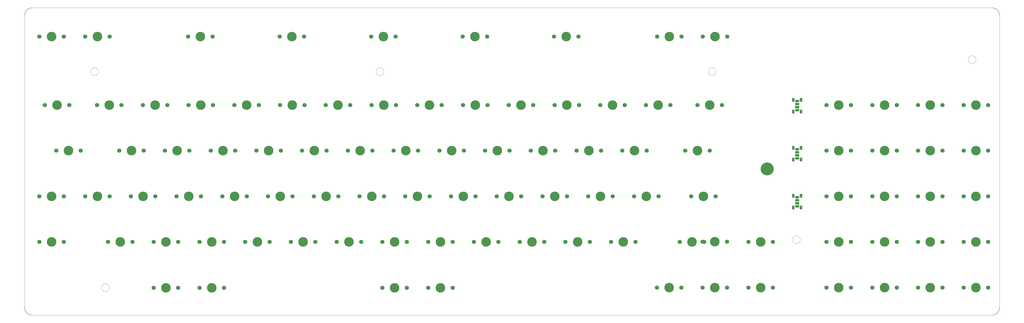
<source format=gbr>
%TF.GenerationSoftware,KiCad,Pcbnew,(6.99.0-4502-gf1556ed801-dirty)*%
%TF.CreationDate,2022-12-16T10:13:54-05:00*%
%TF.ProjectId,necpc8801mkiisr,6e656370-6338-4383-9031-6c2e6b696361,rev?*%
%TF.SameCoordinates,Original*%
%TF.FileFunction,Soldermask,Top*%
%TF.FilePolarity,Negative*%
%FSLAX46Y46*%
G04 Gerber Fmt 4.6, Leading zero omitted, Abs format (unit mm)*
G04 Created by KiCad (PCBNEW (6.99.0-4502-gf1556ed801-dirty)) date 2022-12-16 10:13:54*
%MOMM*%
%LPD*%
G01*
G04 APERTURE LIST*
%ADD10C,1.750000*%
%ADD11C,3.987800*%
%ADD12O,1.800000X1.070000*%
%ADD13R,1.000000X1.500000*%
%ADD14R,1.800000X1.070000*%
%ADD15C,5.400000*%
%TA.AperFunction,Profile*%
%ADD16C,0.150000*%
%TD*%
%TA.AperFunction,Profile*%
%ADD17C,0.050000*%
%TD*%
G04 APERTURE END LIST*
D10*
%TO.C,SW_Z_1*%
X53640000Y-97550000D03*
D11*
X58720000Y-97550000D03*
D10*
X63800000Y-97550000D03*
%TD*%
%TO.C,SW_Y_1*%
X134290000Y-59525000D03*
D11*
X139370000Y-59525000D03*
D10*
X144450000Y-59525000D03*
%TD*%
%TO.C,SW_YEN_1*%
X258120000Y-40550000D03*
D11*
X263200000Y-40550000D03*
D10*
X268280000Y-40550000D03*
%TD*%
%TO.C,SW_X_1*%
X72640000Y-97550000D03*
D11*
X77720000Y-97550000D03*
D10*
X82800000Y-97550000D03*
%TD*%
%TO.C,SW_W_1*%
X58290000Y-59525000D03*
D11*
X63370000Y-59525000D03*
D10*
X68450000Y-59525000D03*
%TD*%
%TO.C,SW_WE_1*%
X253140000Y-78550000D03*
D11*
X258220000Y-78550000D03*
D10*
X263300000Y-78550000D03*
%TD*%
%TO.C,SW_V_1*%
X110640000Y-97550000D03*
D11*
X115720000Y-97550000D03*
D10*
X120800000Y-97550000D03*
%TD*%
%TO.C,SW_U_1*%
X153290000Y-59525000D03*
D11*
X158370000Y-59525000D03*
D10*
X163450000Y-59525000D03*
%TD*%
%TO.C,SW_UP_1*%
X300640000Y-97550000D03*
D11*
X305720000Y-97550000D03*
D10*
X310800000Y-97550000D03*
%TD*%
%TO.C,SW_T_1*%
X115290000Y-59525000D03*
D11*
X120370000Y-59525000D03*
D10*
X125450000Y-59525000D03*
%TD*%
%TO.C,SW_TAB_1*%
X13165000Y-59525000D03*
D11*
X18245000Y-59525000D03*
D10*
X23325000Y-59525000D03*
%TD*%
%TO.C,SW_S_1*%
X63140000Y-78550000D03*
D11*
X68220000Y-78550000D03*
D10*
X73300000Y-78550000D03*
%TD*%
%TO.C,SW_SUP_1*%
X53640000Y-116650000D03*
D11*
X58720000Y-116650000D03*
D10*
X63800000Y-116650000D03*
%TD*%
%TO.C,SW_STP_1*%
X6140000Y-12050000D03*
D11*
X11220000Y-12050000D03*
D10*
X16300000Y-12050000D03*
%TD*%
%TO.C,SW_SP2_1*%
X167640000Y-116650000D03*
D11*
X172720000Y-116650000D03*
D10*
X177800000Y-116650000D03*
%TD*%
%TO.C,SW_SP1_1*%
X148640000Y-116650000D03*
D11*
X153720000Y-116650000D03*
D10*
X158800000Y-116650000D03*
%TD*%
%TO.C,SW_SMI_1*%
X215140000Y-78550000D03*
D11*
X220220000Y-78550000D03*
D10*
X225300000Y-78550000D03*
%TD*%
%TO.C,SW_SLS_1*%
X224640000Y-97550000D03*
D11*
X229720000Y-97550000D03*
D10*
X234800000Y-97550000D03*
%TD*%
%TO.C,SW_R_1*%
X96290000Y-59525000D03*
D11*
X101370000Y-59525000D03*
D10*
X106450000Y-59525000D03*
%TD*%
%TO.C,SW_RSH_ALIAS_1*%
X291760000Y-97475000D03*
D11*
X286680000Y-97475000D03*
D10*
X281600000Y-97475000D03*
%TD*%
%TO.C,SW_RSH_1*%
X272140000Y-97550000D03*
D11*
X277220000Y-97550000D03*
D10*
X282300000Y-97550000D03*
%TD*%
%TO.C,SW_RLU_1*%
X262740000Y-12050000D03*
D11*
X267820000Y-12050000D03*
D10*
X272900000Y-12050000D03*
%TD*%
%TO.C,SW_RLD_1*%
X281740000Y-12050000D03*
D11*
X286820000Y-12050000D03*
D10*
X291900000Y-12050000D03*
%TD*%
%TO.C,SW_RIGHT_1*%
X281640000Y-116550000D03*
D11*
X286720000Y-116550000D03*
D10*
X291800000Y-116550000D03*
%TD*%
%TO.C,SW_Q_1*%
X39290000Y-59525000D03*
D11*
X44370000Y-59525000D03*
D10*
X49450000Y-59525000D03*
%TD*%
%TO.C,SW_P_1*%
X210290000Y-59525000D03*
D11*
X215370000Y-59525000D03*
D10*
X220450000Y-59525000D03*
%TD*%
%TO.C,SW_O_1*%
X191290000Y-59525000D03*
D11*
X196370000Y-59525000D03*
D10*
X201450000Y-59525000D03*
%TD*%
%TO.C,SW_N_1*%
X148640000Y-97550000D03*
D11*
X153720000Y-97550000D03*
D10*
X158800000Y-97550000D03*
%TD*%
%TO.C,SW_M_1*%
X167640000Y-97550000D03*
D11*
X172720000Y-97550000D03*
D10*
X177800000Y-97550000D03*
%TD*%
%TO.C,SW_MN_1*%
X220120000Y-40550000D03*
D11*
X225200000Y-40550000D03*
D10*
X230280000Y-40550000D03*
%TD*%
%TO.C,SW_L_1*%
X196140000Y-78550000D03*
D11*
X201220000Y-78550000D03*
D10*
X206300000Y-78550000D03*
%TD*%
%TO.C,SW_LT_1*%
X186640000Y-97550000D03*
D11*
X191720000Y-97550000D03*
D10*
X196800000Y-97550000D03*
%TD*%
%TO.C,SW_LS2_1*%
X34640000Y-97550000D03*
D11*
X39720000Y-97550000D03*
D10*
X44800000Y-97550000D03*
%TD*%
%TO.C,SW_LS1_1*%
X6140000Y-97550000D03*
D11*
X11220000Y-97550000D03*
D10*
X16300000Y-97550000D03*
%TD*%
%TO.C,SW_LEFT_1*%
X262640000Y-116550000D03*
D11*
X267720000Y-116550000D03*
D10*
X272800000Y-116550000D03*
%TD*%
%TO.C,SW_K_1*%
X177140000Y-78550000D03*
D11*
X182220000Y-78550000D03*
D10*
X187300000Y-78550000D03*
%TD*%
%TO.C,SW_KPPLUS_1*%
X390120000Y-78550000D03*
D11*
X395200000Y-78550000D03*
D10*
X400280000Y-78550000D03*
%TD*%
%TO.C,SW_KPPER_1*%
X371120000Y-116550000D03*
D11*
X376200000Y-116550000D03*
D10*
X381280000Y-116550000D03*
%TD*%
%TO.C,SW_KPMULT_1*%
X390120000Y-59550000D03*
D11*
X395200000Y-59550000D03*
D10*
X400280000Y-59550000D03*
%TD*%
%TO.C,SW_KPMIN_1*%
X371120000Y-40550000D03*
D11*
X376200000Y-40550000D03*
D10*
X381280000Y-40550000D03*
%TD*%
%TO.C,SW_KPHOME_1*%
X333120000Y-40550000D03*
D11*
X338200000Y-40550000D03*
D10*
X343280000Y-40550000D03*
%TD*%
%TO.C,SW_KPHELP1*%
X352120000Y-40550000D03*
D11*
X357200000Y-40550000D03*
D10*
X362280000Y-40550000D03*
%TD*%
%TO.C,SW_KPEQ_1*%
X390120000Y-97550000D03*
D11*
X395200000Y-97550000D03*
D10*
X400280000Y-97550000D03*
%TD*%
%TO.C,SW_KPENT_1*%
X390120000Y-116550000D03*
D11*
X395200000Y-116550000D03*
D10*
X400280000Y-116550000D03*
%TD*%
%TO.C,SW_KPDIV_1*%
X390120000Y-40550000D03*
D11*
X395200000Y-40550000D03*
D10*
X400280000Y-40550000D03*
%TD*%
%TO.C,SW_KPCOM_1*%
X352120000Y-116550000D03*
D11*
X357200000Y-116550000D03*
D10*
X362280000Y-116550000D03*
%TD*%
%TO.C,SW_KP9_1*%
X371120000Y-59550000D03*
D11*
X376200000Y-59550000D03*
D10*
X381280000Y-59550000D03*
%TD*%
%TO.C,SW_KP8_1*%
X352120000Y-59550000D03*
D11*
X357200000Y-59550000D03*
D10*
X362280000Y-59550000D03*
%TD*%
%TO.C,SW_KP7_1*%
X333120000Y-59550000D03*
D11*
X338200000Y-59550000D03*
D10*
X343280000Y-59550000D03*
%TD*%
%TO.C,SW_KP6_1*%
X371120000Y-78550000D03*
D11*
X376200000Y-78550000D03*
D10*
X381280000Y-78550000D03*
%TD*%
%TO.C,SW_KP5_1*%
X352120000Y-78550000D03*
D11*
X357200000Y-78550000D03*
D10*
X362280000Y-78550000D03*
%TD*%
%TO.C,SW_KP4_1*%
X333120000Y-78550000D03*
D11*
X338200000Y-78550000D03*
D10*
X343280000Y-78550000D03*
%TD*%
%TO.C,SW_KP3_1*%
X371120000Y-97550000D03*
D11*
X376200000Y-97550000D03*
D10*
X381280000Y-97550000D03*
%TD*%
%TO.C,SW_KP2_1*%
X352120000Y-97550000D03*
D11*
X357200000Y-97550000D03*
D10*
X362280000Y-97550000D03*
%TD*%
%TO.C,SW_KP1_1*%
X333120000Y-97550000D03*
D11*
X338200000Y-97550000D03*
D10*
X343280000Y-97550000D03*
%TD*%
%TO.C,SW_KP0_1*%
X333120000Y-116550000D03*
D11*
X338200000Y-116550000D03*
D10*
X343280000Y-116550000D03*
%TD*%
%TO.C,SW_J_1*%
X158140000Y-78550000D03*
D11*
X163220000Y-78550000D03*
D10*
X168300000Y-78550000D03*
%TD*%
%TO.C,SW_I_1*%
X172290000Y-59525000D03*
D11*
X177370000Y-59525000D03*
D10*
X182450000Y-59525000D03*
%TD*%
%TO.C,SW_H_1*%
X139140000Y-78550000D03*
D11*
X144220000Y-78550000D03*
D10*
X149300000Y-78550000D03*
%TD*%
%TO.C,SW_G_1*%
X120140000Y-78550000D03*
D11*
X125220000Y-78550000D03*
D10*
X130300000Y-78550000D03*
%TD*%
%TO.C,SW_GT_1*%
X205640000Y-97550000D03*
D11*
X210720000Y-97550000D03*
D10*
X215800000Y-97550000D03*
%TD*%
%TO.C,SW_F_1*%
X101140000Y-78550000D03*
D11*
X106220000Y-78550000D03*
D10*
X111300000Y-78550000D03*
%TD*%
%TO.C,SW_FC_1*%
X248290000Y-59525000D03*
D11*
X253370000Y-59525000D03*
D10*
X258450000Y-59525000D03*
%TD*%
%TO.C,SW_F5_1*%
X219940000Y-12050000D03*
D11*
X225020000Y-12050000D03*
D10*
X230100000Y-12050000D03*
%TD*%
%TO.C,SW_F4_1*%
X181940000Y-12050000D03*
D11*
X187020000Y-12050000D03*
D10*
X192100000Y-12050000D03*
%TD*%
%TO.C,SW_F3_1*%
X143940000Y-12050000D03*
D11*
X149020000Y-12050000D03*
D10*
X154100000Y-12050000D03*
%TD*%
%TO.C,SW_F2_1*%
X105940000Y-12050000D03*
D11*
X111020000Y-12050000D03*
D10*
X116100000Y-12050000D03*
%TD*%
%TO.C,SW_F1_1*%
X67940000Y-12050000D03*
D11*
X73020000Y-12050000D03*
D10*
X78100000Y-12050000D03*
%TD*%
%TO.C,SW_E_1*%
X77290000Y-59525000D03*
D11*
X82370000Y-59525000D03*
D10*
X87450000Y-59525000D03*
%TD*%
%TO.C,SW_ET_1*%
X274415000Y-59525000D03*
D11*
X279495000Y-59525000D03*
D10*
X284575000Y-59525000D03*
%TD*%
%TO.C,SW_ESC_1*%
X8420000Y-40550000D03*
D11*
X13500000Y-40550000D03*
D10*
X18580000Y-40550000D03*
%TD*%
%TO.C,SW_ED_1*%
X276890000Y-78550000D03*
D11*
X281970000Y-78550000D03*
D10*
X287050000Y-78550000D03*
%TD*%
%TO.C,SW_D_1*%
X82140000Y-78550000D03*
D11*
X87220000Y-78550000D03*
D10*
X92300000Y-78550000D03*
%TD*%
%TO.C,SW_DOWN_1*%
X300640000Y-116550000D03*
D11*
X305720000Y-116550000D03*
D10*
X310800000Y-116550000D03*
%TD*%
%TO.C,SW_DEL_1*%
X279495000Y-40550000D03*
D11*
X284575000Y-40550000D03*
D10*
X289655000Y-40550000D03*
%TD*%
%TO.C,SW_C_1*%
X91640000Y-97550000D03*
D11*
X96720000Y-97550000D03*
D10*
X101800000Y-97550000D03*
%TD*%
%TO.C,SW_CTRL_1*%
X6140000Y-78550000D03*
D11*
X11220000Y-78550000D03*
D10*
X16300000Y-78550000D03*
%TD*%
%TO.C,SW_CPY_1*%
X25140000Y-12050000D03*
D11*
X30220000Y-12050000D03*
D10*
X35300000Y-12050000D03*
%TD*%
%TO.C,SW_COL_1*%
X234140000Y-78550000D03*
D11*
X239220000Y-78550000D03*
D10*
X244300000Y-78550000D03*
%TD*%
%TO.C,SW_CAR_1*%
X239120000Y-40550000D03*
D11*
X244200000Y-40550000D03*
D10*
X249280000Y-40550000D03*
%TD*%
%TO.C,SW_CAPS_1*%
X25140000Y-78550000D03*
D11*
X30220000Y-78550000D03*
D10*
X35300000Y-78550000D03*
%TD*%
%TO.C,SW_B_1*%
X129640000Y-97550000D03*
D11*
X134720000Y-97550000D03*
D10*
X139800000Y-97550000D03*
%TD*%
%TO.C,SW_A_1*%
X44140000Y-78550000D03*
D11*
X49220000Y-78550000D03*
D10*
X54300000Y-78550000D03*
%TD*%
%TO.C,SW_AT_1*%
X229290000Y-59525000D03*
D11*
X234370000Y-59525000D03*
D10*
X239450000Y-59525000D03*
%TD*%
%TO.C,SW_AMG_1*%
X243640000Y-97550000D03*
D11*
X248720000Y-97550000D03*
D10*
X253800000Y-97550000D03*
%TD*%
%TO.C,SW_ALT_1*%
X72640000Y-116650000D03*
D11*
X77720000Y-116650000D03*
D10*
X82800000Y-116650000D03*
%TD*%
%TO.C,SW_9_1*%
X182120000Y-40550000D03*
D11*
X187200000Y-40550000D03*
D10*
X192280000Y-40550000D03*
%TD*%
%TO.C,SW_8_1*%
X163120000Y-40550000D03*
D11*
X168200000Y-40550000D03*
D10*
X173280000Y-40550000D03*
%TD*%
%TO.C,SW_7_1*%
X144120000Y-40550000D03*
D11*
X149200000Y-40550000D03*
D10*
X154280000Y-40550000D03*
%TD*%
%TO.C,SW_6_1*%
X125120000Y-40550000D03*
D11*
X130200000Y-40550000D03*
D10*
X135280000Y-40550000D03*
%TD*%
%TO.C,SW_5_1*%
X106120000Y-40550000D03*
D11*
X111200000Y-40550000D03*
D10*
X116280000Y-40550000D03*
%TD*%
%TO.C,SW_4_1*%
X87120000Y-40550000D03*
D11*
X92200000Y-40550000D03*
D10*
X97280000Y-40550000D03*
%TD*%
%TO.C,SW_3_1*%
X68120000Y-40550000D03*
D11*
X73200000Y-40550000D03*
D10*
X78280000Y-40550000D03*
%TD*%
%TO.C,SW_2_1*%
X49120000Y-40550000D03*
D11*
X54200000Y-40550000D03*
D10*
X59280000Y-40550000D03*
%TD*%
%TO.C,SW_1_1*%
X30120000Y-40550000D03*
D11*
X35200000Y-40550000D03*
D10*
X40280000Y-40550000D03*
%TD*%
%TO.C,SW_0_1*%
X201120000Y-40550000D03*
D11*
X206200000Y-40550000D03*
D10*
X211280000Y-40550000D03*
%TD*%
D12*
%TO.C,LED1*%
X320924999Y-80164999D03*
D13*
X319324999Y-83249999D03*
D12*
X320924999Y-82704999D03*
D13*
X322524999Y-83249999D03*
D14*
X320924999Y-81434999D03*
D13*
X322524999Y-78349999D03*
D12*
X320924999Y-78894999D03*
D13*
X319324999Y-78349999D03*
%TD*%
D12*
%TO.C,LED2*%
X320924999Y-60164999D03*
D13*
X319324999Y-63249999D03*
D12*
X320924999Y-62704999D03*
D13*
X322524999Y-63249999D03*
D14*
X320924999Y-61434999D03*
D13*
X322524999Y-58349999D03*
D12*
X320924999Y-58894999D03*
D13*
X319324999Y-58349999D03*
%TD*%
D12*
%TO.C,LED3*%
X320924999Y-40164999D03*
D13*
X319324999Y-43249999D03*
D12*
X320924999Y-42704999D03*
D13*
X322524999Y-43249999D03*
D14*
X320924999Y-41434999D03*
D13*
X322524999Y-38349999D03*
D12*
X320924999Y-38894999D03*
D13*
X319324999Y-38349999D03*
%TD*%
D15*
%TO.C,H2*%
X308475000Y-67125000D03*
%TD*%
D16*
X401934500Y-128030000D02*
G75*
G03*
X404982500Y-124982000I0J3048000D01*
G01*
X3034500Y-32000D02*
G75*
G03*
X-13500Y-3080000I2J-3048002D01*
G01*
X-13500Y-124982000D02*
G75*
G03*
X3034500Y-128030000I3048000J0D01*
G01*
D17*
X3034500Y-128030000D02*
X401934500Y-128030000D01*
X404982500Y-124982000D02*
X404982500Y-3080000D01*
X-13500Y-3080000D02*
X-13500Y-124982000D01*
X255507999Y-31999D02*
X3034500Y-32000D01*
X255507999Y-31999D02*
X401934500Y-32000D01*
X395225192Y-21600000D02*
G75*
G03*
X395225192Y-21600000I-1625192J0D01*
G01*
X149225192Y-26605000D02*
G75*
G03*
X149225192Y-26605000I-1625192J0D01*
G01*
X30725192Y-26605000D02*
G75*
G03*
X30725192Y-26605000I-1625192J0D01*
G01*
X322225192Y-96605000D02*
G75*
G03*
X322225192Y-96605000I-1625192J0D01*
G01*
X287225192Y-26605000D02*
G75*
G03*
X287225192Y-26605000I-1625192J0D01*
G01*
D16*
X404982500Y-3080000D02*
G75*
G03*
X401934500Y-32000I-3048000J0D01*
G01*
D17*
X35225192Y-116605000D02*
G75*
G03*
X35225192Y-116605000I-1625192J0D01*
G01*
M02*

</source>
